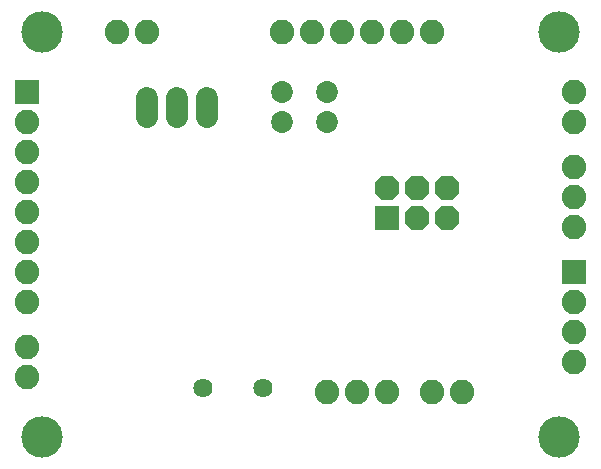
<source format=gbs>
G75*
G70*
%OFA0B0*%
%FSLAX24Y24*%
%IPPOS*%
%LPD*%
%AMOC8*
5,1,8,0,0,1.08239X$1,22.5*
%
%ADD10R,0.0820X0.0820*%
%ADD11OC8,0.0820*%
%ADD12C,0.0820*%
%ADD13C,0.0640*%
%ADD14C,0.0730*%
%ADD15C,0.1380*%
%ADD16C,0.0720*%
D10*
X013561Y009024D03*
X019811Y007224D03*
X001561Y013224D03*
D11*
X013561Y010024D03*
X014561Y010024D03*
X015561Y010024D03*
X015561Y009024D03*
X014561Y009024D03*
D12*
X019811Y008724D03*
X019811Y009724D03*
X019811Y010724D03*
X019811Y012224D03*
X019811Y013224D03*
X015061Y015224D03*
X014061Y015224D03*
X013061Y015224D03*
X012061Y015224D03*
X011061Y015224D03*
X010061Y015224D03*
X005561Y015224D03*
X004561Y015224D03*
X001561Y012224D03*
X001561Y011224D03*
X001561Y010224D03*
X001561Y009224D03*
X001561Y008224D03*
X001561Y007224D03*
X001561Y006224D03*
X001561Y004724D03*
X001561Y003724D03*
X011561Y003224D03*
X012561Y003224D03*
X013561Y003224D03*
X015061Y003224D03*
X016061Y003224D03*
X019811Y004224D03*
X019811Y005224D03*
X019811Y006224D03*
D13*
X009436Y003349D03*
X007436Y003349D03*
D14*
X010061Y012224D03*
X010061Y013224D03*
X011561Y013224D03*
X011561Y012224D03*
D15*
X002061Y001724D03*
X002061Y015224D03*
X019311Y015224D03*
X019311Y001724D03*
D16*
X007561Y012404D02*
X007561Y013044D01*
X006561Y013044D02*
X006561Y012404D01*
X005561Y012404D02*
X005561Y013044D01*
M02*

</source>
